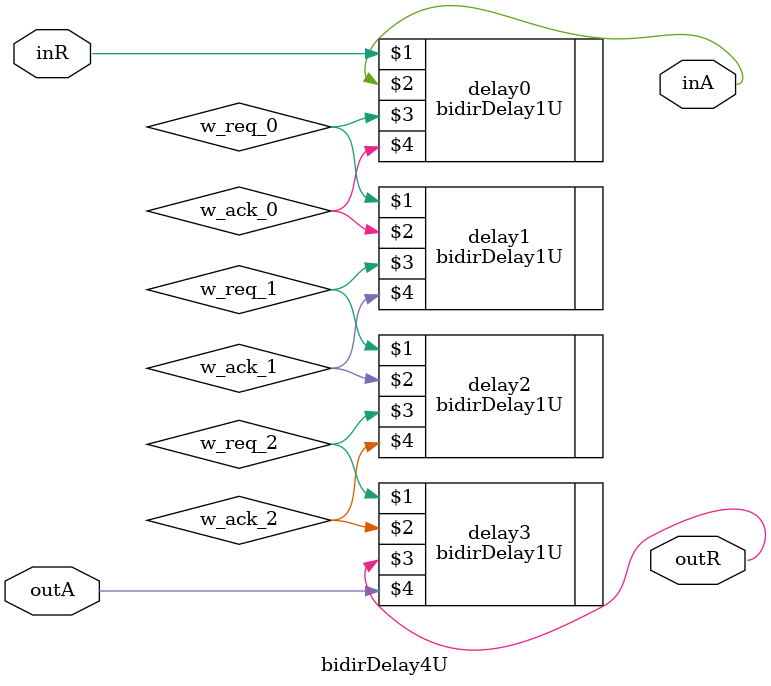
<source format=v>

`timescale 1ns / 1ps   ////0.778ns

module bidirDelay4U(inR, inA, outR, outA);

input   inR, outA;

output  outR, inA; 

wire w_req_0, w_ack_0, w_req_1, w_ack_1, w_req_2, w_ack_2;

bidirDelay1U delay0(inR, inA, w_req_0, w_ack_0);
bidirDelay1U delay1(w_req_0, w_ack_0, w_req_1, w_ack_1);
bidirDelay1U delay2(w_req_1, w_ack_1, w_req_2, w_ack_2);
bidirDelay1U delay3(w_req_2, w_ack_2, outR, outA);

endmodule

</source>
